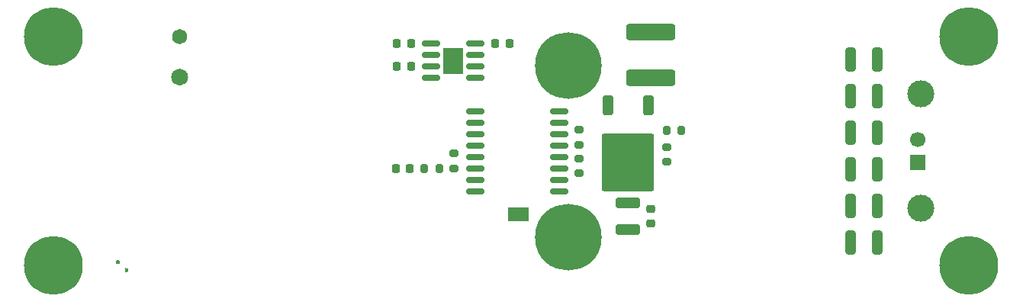
<source format=gbr>
%TF.GenerationSoftware,KiCad,Pcbnew,9.0.4*%
%TF.CreationDate,2025-09-18T09:53:14-07:00*%
%TF.ProjectId,bigpulse,62696770-756c-4736-952e-6b696361645f,rev?*%
%TF.SameCoordinates,Original*%
%TF.FileFunction,Soldermask,Bot*%
%TF.FilePolarity,Negative*%
%FSLAX46Y46*%
G04 Gerber Fmt 4.6, Leading zero omitted, Abs format (unit mm)*
G04 Created by KiCad (PCBNEW 9.0.4) date 2025-09-18 09:53:14*
%MOMM*%
%LPD*%
G01*
G04 APERTURE LIST*
G04 Aperture macros list*
%AMRoundRect*
0 Rectangle with rounded corners*
0 $1 Rounding radius*
0 $2 $3 $4 $5 $6 $7 $8 $9 X,Y pos of 4 corners*
0 Add a 4 corners polygon primitive as box body*
4,1,4,$2,$3,$4,$5,$6,$7,$8,$9,$2,$3,0*
0 Add four circle primitives for the rounded corners*
1,1,$1+$1,$2,$3*
1,1,$1+$1,$4,$5*
1,1,$1+$1,$6,$7*
1,1,$1+$1,$8,$9*
0 Add four rect primitives between the rounded corners*
20,1,$1+$1,$2,$3,$4,$5,0*
20,1,$1+$1,$4,$5,$6,$7,0*
20,1,$1+$1,$6,$7,$8,$9,0*
20,1,$1+$1,$8,$9,$2,$3,0*%
G04 Aperture macros list end*
%ADD10C,0.120000*%
%ADD11C,0.004482*%
%ADD12C,0.800000*%
%ADD13C,7.400000*%
%ADD14C,1.800000*%
%ADD15C,1.600000*%
%ADD16C,3.000000*%
%ADD17R,1.700000X1.700000*%
%ADD18C,1.700000*%
%ADD19C,6.527800*%
%ADD20RoundRect,0.150000X0.825000X0.150000X-0.825000X0.150000X-0.825000X-0.150000X0.825000X-0.150000X0*%
%ADD21R,2.290000X3.000000*%
%ADD22RoundRect,0.225000X0.250000X-0.225000X0.250000X0.225000X-0.250000X0.225000X-0.250000X-0.225000X0*%
%ADD23RoundRect,0.200000X-0.200000X-0.275000X0.200000X-0.275000X0.200000X0.275000X-0.200000X0.275000X0*%
%ADD24RoundRect,0.250000X0.312500X1.075000X-0.312500X1.075000X-0.312500X-1.075000X0.312500X-1.075000X0*%
%ADD25R,1.000000X1.500000*%
%ADD26RoundRect,0.250000X-0.350000X0.850000X-0.350000X-0.850000X0.350000X-0.850000X0.350000X0.850000X0*%
%ADD27RoundRect,0.249997X-2.650003X2.950003X-2.650003X-2.950003X2.650003X-2.950003X2.650003X2.950003X0*%
%ADD28RoundRect,0.200000X0.275000X-0.200000X0.275000X0.200000X-0.275000X0.200000X-0.275000X-0.200000X0*%
%ADD29RoundRect,0.250000X2.450000X-0.650000X2.450000X0.650000X-2.450000X0.650000X-2.450000X-0.650000X0*%
%ADD30RoundRect,0.150000X-0.875000X-0.150000X0.875000X-0.150000X0.875000X0.150000X-0.875000X0.150000X0*%
%ADD31RoundRect,0.250000X1.100000X-0.325000X1.100000X0.325000X-1.100000X0.325000X-1.100000X-0.325000X0*%
%ADD32RoundRect,0.225000X0.225000X0.250000X-0.225000X0.250000X-0.225000X-0.250000X0.225000X-0.250000X0*%
%ADD33RoundRect,0.225000X-0.225000X-0.250000X0.225000X-0.250000X0.225000X0.250000X-0.225000X0.250000X0*%
%ADD34RoundRect,0.200000X-0.275000X0.200000X-0.275000X-0.200000X0.275000X-0.200000X0.275000X0.200000X0*%
G04 APERTURE END LIST*
D10*
%TO.C,J2*%
X148120000Y-88900000D02*
G75*
G02*
X146520000Y-88900000I-800000J0D01*
G01*
X146520000Y-88900000D02*
G75*
G02*
X148120000Y-88900000I800000J0D01*
G01*
X148220000Y-93400000D02*
G75*
G02*
X146420000Y-93400000I-900000J0D01*
G01*
X146420000Y-93400000D02*
G75*
G02*
X148220000Y-93400000I900000J0D01*
G01*
%TO.C,JP2*%
G36*
X184762000Y-109360400D02*
G01*
X185062000Y-109360400D01*
X185062000Y-107860400D01*
X184762000Y-107860400D01*
X184762000Y-109360400D01*
G37*
D11*
%TO.C,svg2mod*%
X140436655Y-113707749D02*
X140457635Y-113710439D01*
X140478176Y-113715297D01*
X140498047Y-113722281D01*
X140517015Y-113731348D01*
X140534848Y-113742457D01*
X140551314Y-113755564D01*
X140566182Y-113770629D01*
X140579219Y-113787608D01*
X140590193Y-113806460D01*
X140598872Y-113827143D01*
X140605507Y-113850128D01*
X140609503Y-113872698D01*
X140610989Y-113894742D01*
X140610091Y-113916146D01*
X140606938Y-113936797D01*
X140601656Y-113956583D01*
X140594373Y-113975391D01*
X140585216Y-113993109D01*
X140574314Y-114009623D01*
X140561792Y-114024820D01*
X140547780Y-114038589D01*
X140532404Y-114050815D01*
X140515792Y-114061387D01*
X140498071Y-114070192D01*
X140479369Y-114077117D01*
X140459814Y-114082049D01*
X140439532Y-114084875D01*
X140418651Y-114085483D01*
X140397299Y-114083760D01*
X140375603Y-114079593D01*
X140353691Y-114072870D01*
X140331690Y-114063477D01*
X140311375Y-114051764D01*
X140293275Y-114037751D01*
X140277438Y-114021710D01*
X140263910Y-114003910D01*
X140252739Y-113984622D01*
X140243969Y-113964115D01*
X140237650Y-113942661D01*
X140233826Y-113920529D01*
X140232545Y-113897990D01*
X140233853Y-113875314D01*
X140237797Y-113852770D01*
X140244424Y-113830630D01*
X140253781Y-113809164D01*
X140265913Y-113788641D01*
X140280869Y-113769333D01*
X140297005Y-113753161D01*
X140314558Y-113739495D01*
X140333297Y-113728292D01*
X140352990Y-113719511D01*
X140373404Y-113713107D01*
X140394307Y-113709041D01*
X140415469Y-113707269D01*
X140436655Y-113707749D01*
G36*
X140436655Y-113707749D02*
G01*
X140457635Y-113710439D01*
X140478176Y-113715297D01*
X140498047Y-113722281D01*
X140517015Y-113731348D01*
X140534848Y-113742457D01*
X140551314Y-113755564D01*
X140566182Y-113770629D01*
X140579219Y-113787608D01*
X140590193Y-113806460D01*
X140598872Y-113827143D01*
X140605507Y-113850128D01*
X140609503Y-113872698D01*
X140610989Y-113894742D01*
X140610091Y-113916146D01*
X140606938Y-113936797D01*
X140601656Y-113956583D01*
X140594373Y-113975391D01*
X140585216Y-113993109D01*
X140574314Y-114009623D01*
X140561792Y-114024820D01*
X140547780Y-114038589D01*
X140532404Y-114050815D01*
X140515792Y-114061387D01*
X140498071Y-114070192D01*
X140479369Y-114077117D01*
X140459814Y-114082049D01*
X140439532Y-114084875D01*
X140418651Y-114085483D01*
X140397299Y-114083760D01*
X140375603Y-114079593D01*
X140353691Y-114072870D01*
X140331690Y-114063477D01*
X140311375Y-114051764D01*
X140293275Y-114037751D01*
X140277438Y-114021710D01*
X140263910Y-114003910D01*
X140252739Y-113984622D01*
X140243969Y-113964115D01*
X140237650Y-113942661D01*
X140233826Y-113920529D01*
X140232545Y-113897990D01*
X140233853Y-113875314D01*
X140237797Y-113852770D01*
X140244424Y-113830630D01*
X140253781Y-113809164D01*
X140265913Y-113788641D01*
X140280869Y-113769333D01*
X140297005Y-113753161D01*
X140314558Y-113739495D01*
X140333297Y-113728292D01*
X140352990Y-113719511D01*
X140373404Y-113713107D01*
X140394307Y-113709041D01*
X140415469Y-113707269D01*
X140436655Y-113707749D01*
G37*
X141257980Y-114588420D02*
X141275505Y-114599674D01*
X141295744Y-114606856D01*
X141321387Y-114610682D01*
X141355124Y-114611870D01*
X141385478Y-114612821D01*
X141413163Y-114615532D01*
X141438263Y-114620052D01*
X141460865Y-114626432D01*
X141481053Y-114634719D01*
X141498914Y-114644962D01*
X141514534Y-114657212D01*
X141527997Y-114671517D01*
X141539391Y-114687925D01*
X141548799Y-114706488D01*
X141556309Y-114727252D01*
X141561273Y-114750159D01*
X141562890Y-114774008D01*
X141561353Y-114798277D01*
X141556857Y-114822442D01*
X141549597Y-114845982D01*
X141539767Y-114868374D01*
X141527562Y-114889095D01*
X141513176Y-114907622D01*
X141496804Y-114923434D01*
X141478640Y-114936006D01*
X141464123Y-114943284D01*
X141448598Y-114948375D01*
X141428852Y-114951844D01*
X141401671Y-114954256D01*
X141363841Y-114956175D01*
X141321959Y-114958252D01*
X141295876Y-114961549D01*
X141280848Y-114968150D01*
X141272131Y-114980138D01*
X141264981Y-114999597D01*
X141264981Y-114999595D01*
X141269996Y-114979293D01*
X141274639Y-114957201D01*
X141278837Y-114933578D01*
X141282520Y-114908685D01*
X141285617Y-114882782D01*
X141288057Y-114856128D01*
X141289770Y-114828983D01*
X141290684Y-114801609D01*
X141290729Y-114774264D01*
X141289834Y-114747209D01*
X141287928Y-114720704D01*
X141284940Y-114695008D01*
X141280799Y-114670383D01*
X141275435Y-114647087D01*
X141268776Y-114625381D01*
X141260752Y-114605525D01*
X141251292Y-114587780D01*
X141240325Y-114572404D01*
X141240480Y-114572378D01*
X141257980Y-114588420D01*
G36*
X141257980Y-114588420D02*
G01*
X141275505Y-114599674D01*
X141295744Y-114606856D01*
X141321387Y-114610682D01*
X141355124Y-114611870D01*
X141385478Y-114612821D01*
X141413163Y-114615532D01*
X141438263Y-114620052D01*
X141460865Y-114626432D01*
X141481053Y-114634719D01*
X141498914Y-114644962D01*
X141514534Y-114657212D01*
X141527997Y-114671517D01*
X141539391Y-114687925D01*
X141548799Y-114706488D01*
X141556309Y-114727252D01*
X141561273Y-114750159D01*
X141562890Y-114774008D01*
X141561353Y-114798277D01*
X141556857Y-114822442D01*
X141549597Y-114845982D01*
X141539767Y-114868374D01*
X141527562Y-114889095D01*
X141513176Y-114907622D01*
X141496804Y-114923434D01*
X141478640Y-114936006D01*
X141464123Y-114943284D01*
X141448598Y-114948375D01*
X141428852Y-114951844D01*
X141401671Y-114954256D01*
X141363841Y-114956175D01*
X141321959Y-114958252D01*
X141295876Y-114961549D01*
X141280848Y-114968150D01*
X141272131Y-114980138D01*
X141264981Y-114999597D01*
X141264981Y-114999595D01*
X141269996Y-114979293D01*
X141274639Y-114957201D01*
X141278837Y-114933578D01*
X141282520Y-114908685D01*
X141285617Y-114882782D01*
X141288057Y-114856128D01*
X141289770Y-114828983D01*
X141290684Y-114801609D01*
X141290729Y-114774264D01*
X141289834Y-114747209D01*
X141287928Y-114720704D01*
X141284940Y-114695008D01*
X141280799Y-114670383D01*
X141275435Y-114647087D01*
X141268776Y-114625381D01*
X141260752Y-114605525D01*
X141251292Y-114587780D01*
X141240325Y-114572404D01*
X141240480Y-114572378D01*
X141257980Y-114588420D01*
G37*
%TD*%
D12*
%TO.C,J3*%
X187725000Y-92075000D03*
X188537779Y-90112779D03*
X188537779Y-94037221D03*
X190500000Y-89300000D03*
D13*
X190500000Y-92075000D03*
D12*
X190500000Y-94850000D03*
X192462221Y-90112779D03*
X192462221Y-94037221D03*
X193275000Y-92075000D03*
%TD*%
%TO.C,J4*%
X187725000Y-111125000D03*
X188537779Y-109162779D03*
X188537779Y-113087221D03*
X190500000Y-108350000D03*
D13*
X190500000Y-111125000D03*
D12*
X190500000Y-113900000D03*
X192462221Y-109162779D03*
X192462221Y-113087221D03*
X193275000Y-111125000D03*
%TD*%
D14*
%TO.C,J2*%
X147320000Y-93400000D03*
D15*
X147320000Y-88900000D03*
%TD*%
D16*
%TO.C,MH4*%
X229616000Y-95250000D03*
%TD*%
D17*
%TO.C,LD1*%
X229235000Y-102870000D03*
D18*
X229235000Y-100330000D03*
%TD*%
D19*
%TO.C,H\u002A\u002A*%
X234950000Y-88900000D03*
%TD*%
%TO.C,H\u002A\u002A*%
X133350000Y-114300000D03*
%TD*%
%TO.C,H\u002A\u002A*%
X133350000Y-88900000D03*
%TD*%
%TO.C,H\u002A\u002A*%
X234950000Y-114300000D03*
%TD*%
D16*
%TO.C,MH1*%
X229616000Y-107950000D03*
%TD*%
D20*
%TO.C,U3*%
X180148000Y-89662000D03*
X180148000Y-90932000D03*
X180148000Y-92202000D03*
X180148000Y-93472000D03*
X175198000Y-93472000D03*
X175198000Y-92202000D03*
X175198000Y-90932000D03*
X175198000Y-89662000D03*
D21*
X177673000Y-91567000D03*
%TD*%
D22*
%TO.C,C11*%
X199644000Y-109614000D03*
X199644000Y-108064000D03*
%TD*%
D23*
%TO.C,R21*%
X201359000Y-99314000D03*
X203009000Y-99314000D03*
%TD*%
D24*
%TO.C,R13*%
X224728500Y-111760000D03*
X221803500Y-111760000D03*
%TD*%
D25*
%TO.C,JP2*%
X184262000Y-108610400D03*
X185562000Y-108610400D03*
%TD*%
D26*
%TO.C,U4*%
X194824000Y-96560000D03*
D27*
X197104000Y-102860000D03*
D26*
X199384000Y-96560000D03*
%TD*%
D24*
%TO.C,R10*%
X224728500Y-99568000D03*
X221803500Y-99568000D03*
%TD*%
D28*
%TO.C,R17*%
X191643000Y-100901000D03*
X191643000Y-99251000D03*
%TD*%
D29*
%TO.C,C10*%
X199644000Y-93482000D03*
X199644000Y-88382000D03*
%TD*%
D24*
%TO.C,R11*%
X224728500Y-103632000D03*
X221803500Y-103632000D03*
%TD*%
D30*
%TO.C,U2*%
X180135000Y-106045000D03*
X180135000Y-104775000D03*
X180135000Y-103505000D03*
X180135000Y-102235000D03*
X180135000Y-100965000D03*
X180135000Y-99695000D03*
X180135000Y-98425000D03*
X180135000Y-97155000D03*
X189435000Y-97155000D03*
X189435000Y-98425000D03*
X189435000Y-99695000D03*
X189435000Y-100965000D03*
X189435000Y-102235000D03*
X189435000Y-103505000D03*
X189435000Y-104775000D03*
X189435000Y-106045000D03*
%TD*%
D28*
%TO.C,R22*%
X201422000Y-102806000D03*
X201422000Y-101156000D03*
%TD*%
%TO.C,R20*%
X177800000Y-103505000D03*
X177800000Y-101855000D03*
%TD*%
D31*
%TO.C,C12*%
X197104000Y-110314000D03*
X197104000Y-107364000D03*
%TD*%
D24*
%TO.C,R12*%
X224728500Y-107696000D03*
X221803500Y-107696000D03*
%TD*%
%TO.C,R8*%
X224728500Y-91440000D03*
X221803500Y-91440000D03*
%TD*%
D32*
%TO.C,C24*%
X172987000Y-92202000D03*
X171437000Y-92202000D03*
%TD*%
D33*
%TO.C,C23*%
X182359000Y-89662000D03*
X183909000Y-89662000D03*
%TD*%
D24*
%TO.C,R9*%
X224728500Y-95504000D03*
X221803500Y-95504000D03*
%TD*%
D34*
%TO.C,R16*%
X191643000Y-102426000D03*
X191643000Y-104076000D03*
%TD*%
D23*
%TO.C,R19*%
X174499000Y-103505000D03*
X176149000Y-103505000D03*
%TD*%
D32*
%TO.C,C9*%
X172847000Y-103505000D03*
X171297000Y-103505000D03*
%TD*%
%TO.C,C22*%
X172987000Y-89662000D03*
X171437000Y-89662000D03*
%TD*%
M02*

</source>
